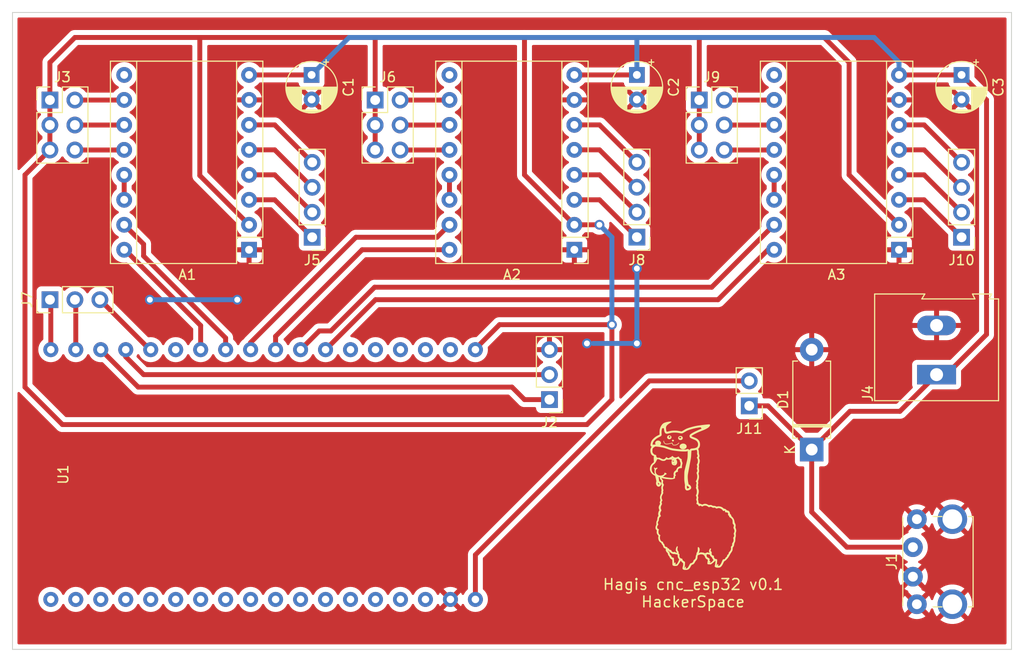
<source format=kicad_pcb>
(kicad_pcb (version 20211014) (generator pcbnew)
  (title_block (title "esp32_cnc_driver") (date "2022-08-20") (rev "0.1") (comment 2 "kgrzeg.lol") (comment 3 "License: CC BY 4.0") (comment 4 "Author: Grzegorz Kupczyk"))
  (layers (0 "F.Cu" signal) (31 "B.Cu" jumper) (34 "B.Paste" user) (35 "F.Paste" user) (36 "B.SilkS" user "B.Silkscreen") (37 "F.SilkS" user "F.Silkscreen") (38 "B.Mask" user) (39 "F.Mask" user) (44 "Edge.Cuts" user))
  (net 0 "")
  (net 1 "GND")
  (net 2 "+3.3V")
  (net 3 "Net-(A1-Pad3)")
  (net 4 "Net-(A1-Pad4)")
  (net 5 "Net-(A1-Pad5)")
  (net 6 "Net-(A1-Pad6)")
  (net 7 "VCC")
  (net 9 "Net-(A1-Pad10)")
  (net 10 "Net-(A1-Pad11)")
  (net 11 "Net-(A1-Pad12)")
  (net 12 "Net-(A1-Pad13)")
  (net 13 "STEP_X")
  (net 14 "DIR_X")
  (net 15 "Net-(A2-Pad3)")
  (net 16 "Net-(A2-Pad4)")
  (net 17 "Net-(A2-Pad5)")
  (net 18 "Net-(A2-Pad6)")
  (net 20 "Net-(A2-Pad10)")
  (net 21 "Net-(A2-Pad11)")
  (net 22 "Net-(A2-Pad12)")
  (net 23 "Net-(A2-Pad13)")
  (net 24 "STEP_Y")
  (net 25 "DIR_Y")
  (net 26 "Net-(A3-Pad3)")
  (net 27 "Net-(A3-Pad4)")
  (net 28 "Net-(A3-Pad5)")
  (net 29 "Net-(A3-Pad6)")
  (net 31 "Net-(A3-Pad10)")
  (net 32 "Net-(A3-Pad11)")
  (net 33 "Net-(A3-Pad12)")
  (net 34 "Net-(A3-Pad13)")
  (net 35 "STEP_Z")
  (net 36 "DIR_Z")
  (net 41 "/tx")
  (net 42 "/rx")
  (net 43 "STOP_X")
  (net 44 "STOP_Y")
  (net 45 "STOP_Z")
  (net 46 "VIN")
  (footprint "pretty:alpaca-pica" (layer "F.Cu") (at 158.115 113.03)
    (fp_text reference "G***" hide)
    (fp_text value "LOGO" hide)
  )
  (footprint "Connector_PinHeader_2.54mm:PinHeader_2x03_P2.54mm_Vertical" (layer "F.Cu") (at 92.705 72.405)
    (fp_text reference "J3" (at 1.27 -2.33) (layer "F.SilkS"))
    (fp_text value "X Mode")
    (pad "1" thru_hole rect (at 0 0) (size 1.7 1.7) (drill 1) (layers *.Cu *.Mask) (net 2 "+3.3V"))
    (pad "2" thru_hole oval (at 2.54 0) (size 1.7 1.7) (drill 1) (layers *.Cu *.Mask) (net 9 "Net-(A1-Pad10)"))
    (pad "3" thru_hole oval (at 0 2.54) (size 1.7 1.7) (drill 1) (layers *.Cu *.Mask) (net 2 "+3.3V"))
    (pad "4" thru_hole oval (at 2.54 2.54) (size 1.7 1.7) (drill 1) (layers *.Cu *.Mask) (net 10 "Net-(A1-Pad11)"))
    (pad "5" thru_hole oval (at 0 5.08) (size 1.7 1.7) (drill 1) (layers *.Cu *.Mask) (net 2 "+3.3V"))
    (pad "6" thru_hole oval (at 2.54 5.08) (size 1.7 1.7) (drill 1) (layers *.Cu *.Mask) (net 11 "Net-(A1-Pad12)"))
  )
  (footprint "Capacitor_THT:CP_Radial_D5.0mm_P2.50mm" (layer "F.Cu") (at 185.42 69.85 -90)
    (fp_text reference "C3" (at 1.25 -3.75 90) (layer "F.SilkS"))
    (fp_text value "100u")
    (pad "1" thru_hole rect (at 0 0 270) (size 1.6 1.6) (drill 0.8) (layers *.Cu *.Mask) (net 7 "VCC"))
    (pad "2" thru_hole circle (at 2.5 0 270) (size 1.6 1.6) (drill 0.8) (layers *.Cu *.Mask) (net 1 "GND"))
  )
  (footprint "Connector_PinHeader_2.54mm:PinHeader_1x04_P2.54mm_Vertical" (layer "F.Cu") (at 119.38 86.36 180)
    (fp_text reference "J5" (at 0 -2.33) (layer "F.SilkS"))
    (fp_text value "X Engine")
    (pad "1" thru_hole rect (at 0 0 180) (size 1.7 1.7) (drill 1) (layers *.Cu *.Mask) (net 3 "Net-(A1-Pad3)"))
    (pad "2" thru_hole oval (at 0 2.54 180) (size 1.7 1.7) (drill 1) (layers *.Cu *.Mask) (net 4 "Net-(A1-Pad4)"))
    (pad "3" thru_hole oval (at 0 5.08 180) (size 1.7 1.7) (drill 1) (layers *.Cu *.Mask) (net 5 "Net-(A1-Pad5)"))
    (pad "4" thru_hole oval (at 0 7.62 180) (size 1.7 1.7) (drill 1) (layers *.Cu *.Mask) (net 6 "Net-(A1-Pad6)"))
  )
  (footprint "Connector_PinHeader_2.54mm:PinHeader_1x04_P2.54mm_Vertical" (layer "F.Cu") (at 152.4 86.35 180)
    (fp_text reference "J8" (at 0 -2.33) (layer "F.SilkS"))
    (fp_text value "Y Engine")
    (pad "1" thru_hole rect (at 0 0 180) (size 1.7 1.7) (drill 1) (layers *.Cu *.Mask) (net 15 "Net-(A2-Pad3)"))
    (pad "2" thru_hole oval (at 0 2.54 180) (size 1.7 1.7) (drill 1) (layers *.Cu *.Mask) (net 16 "Net-(A2-Pad4)"))
    (pad "3" thru_hole oval (at 0 5.08 180) (size 1.7 1.7) (drill 1) (layers *.Cu *.Mask) (net 17 "Net-(A2-Pad5)"))
    (pad "4" thru_hole oval (at 0 7.62 180) (size 1.7 1.7) (drill 1) (layers *.Cu *.Mask) (net 18 "Net-(A2-Pad6)"))
  )
  (footprint "Module:Pololu_Breakout-16_15.2x20.3mm" (layer "F.Cu") (at 179.06 87.63 180)
    (fp_text reference "A3" (at 6.35 -2.54) (layer "F.SilkS"))
    (fp_text value "Z Axis")
    (pad "1" thru_hole rect (at 0 0 180) (size 1.6 1.6) (drill 0.8) (layers *.Cu *.Mask) (net 1 "GND"))
    (pad "2" thru_hole oval (at 0 2.54 180) (size 1.6 1.6) (drill 0.8) (layers *.Cu *.Mask) (net 2 "+3.3V"))
    (pad "3" thru_hole oval (at 0 5.08 180) (size 1.6 1.6) (drill 0.8) (layers *.Cu *.Mask) (net 26 "Net-(A3-Pad3)"))
    (pad "4" thru_hole oval (at 0 7.62 180) (size 1.6 1.6) (drill 0.8) (layers *.Cu *.Mask) (net 27 "Net-(A3-Pad4)"))
    (pad "5" thru_hole oval (at 0 10.16 180) (size 1.6 1.6) (drill 0.8) (layers *.Cu *.Mask) (net 28 "Net-(A3-Pad5)"))
    (pad "6" thru_hole oval (at 0 12.7 180) (size 1.6 1.6) (drill 0.8) (layers *.Cu *.Mask) (net 29 "Net-(A3-Pad6)"))
    (pad "7" thru_hole oval (at 0 15.24 180) (size 1.6 1.6) (drill 0.8) (layers *.Cu *.Mask) (net 1 "GND"))
    (pad "8" thru_hole oval (at 0 17.78 180) (size 1.6 1.6) (drill 0.8) (layers *.Cu *.Mask) (net 7 "VCC"))
    (pad "9" thru_hole oval (at 12.7 17.78 180) (size 1.6 1.6) (drill 0.8) (layers *.Cu *.Mask))
    (pad "10" thru_hole oval (at 12.7 15.24 180) (size 1.6 1.6) (drill 0.8) (layers *.Cu *.Mask) (net 31 "Net-(A3-Pad10)"))
    (pad "11" thru_hole oval (at 12.7 12.7 180) (size 1.6 1.6) (drill 0.8) (layers *.Cu *.Mask) (net 32 "Net-(A3-Pad11)"))
    (pad "12" thru_hole oval (at 12.7 10.16 180) (size 1.6 1.6) (drill 0.8) (layers *.Cu *.Mask) (net 33 "Net-(A3-Pad12)"))
    (pad "13" thru_hole oval (at 12.7 7.62 180) (size 1.6 1.6) (drill 0.8) (layers *.Cu *.Mask) (net 34 "Net-(A3-Pad13)"))
    (pad "14" thru_hole oval (at 12.7 5.08 180) (size 1.6 1.6) (drill 0.8) (layers *.Cu *.Mask) (net 34 "Net-(A3-Pad13)"))
    (pad "15" thru_hole oval (at 12.7 2.54 180) (size 1.6 1.6) (drill 0.8) (layers *.Cu *.Mask) (net 35 "STEP_Z"))
    (pad "16" thru_hole oval (at 12.7 0 180) (size 1.6 1.6) (drill 0.8) (layers *.Cu *.Mask) (net 36 "DIR_Z"))
  )
  (footprint "Module:Pololu_Breakout-16_15.2x20.3mm" (layer "F.Cu") (at 146.04 87.63 180)
    (fp_text reference "A2" (at 6.34 -2.54) (layer "F.SilkS"))
    (fp_text value "Y Axis")
    (pad "1" thru_hole rect (at 0 0 180) (size 1.6 1.6) (drill 0.8) (layers *.Cu *.Mask) (net 1 "GND"))
    (pad "2" thru_hole oval (at 0 2.54 180) (size 1.6 1.6) (drill 0.8) (layers *.Cu *.Mask) (net 2 "+3.3V"))
    (pad "3" thru_hole oval (at 0 5.08 180) (size 1.6 1.6) (drill 0.8) (layers *.Cu *.Mask) (net 15 "Net-(A2-Pad3)"))
    (pad "4" thru_hole oval (at 0 7.62 180) (size 1.6 1.6) (drill 0.8) (layers *.Cu *.Mask) (net 16 "Net-(A2-Pad4)"))
    (pad "5" thru_hole oval (at 0 10.16 180) (size 1.6 1.6) (drill 0.8) (layers *.Cu *.Mask) (net 17 "Net-(A2-Pad5)"))
    (pad "6" thru_hole oval (at 0 12.7 180) (size 1.6 1.6) (drill 0.8) (layers *.Cu *.Mask) (net 18 "Net-(A2-Pad6)"))
    (pad "7" thru_hole oval (at 0 15.24 180) (size 1.6 1.6) (drill 0.8) (layers *.Cu *.Mask) (net 1 "GND"))
    (pad "8" thru_hole oval (at 0 17.78 180) (size 1.6 1.6) (drill 0.8) (layers *.Cu *.Mask) (net 7 "VCC"))
    (pad "9" thru_hole oval (at 12.7 17.78 180) (size 1.6 1.6) (drill 0.8) (layers *.Cu *.Mask))
    (pad "10" thru_hole oval (at 12.7 15.24 180) (size 1.6 1.6) (drill 0.8) (layers *.Cu *.Mask) (net 20 "Net-(A2-Pad10)"))
    (pad "11" thru_hole oval (at 12.7 12.7 180) (size 1.6 1.6) (drill 0.8) (layers *.Cu *.Mask) (net 21 "Net-(A2-Pad11)"))
    (pad "12" thru_hole oval (at 12.7 10.16 180) (size 1.6 1.6) (drill 0.8) (layers *.Cu *.Mask) (net 22 "Net-(A2-Pad12)"))
    (pad "13" thru_hole oval (at 12.7 7.62 180) (size 1.6 1.6) (drill 0.8) (layers *.Cu *.Mask) (net 23 "Net-(A2-Pad13)"))
    (pad "14" thru_hole oval (at 12.7 5.08 180) (size 1.6 1.6) (drill 0.8) (layers *.Cu *.Mask) (net 23 "Net-(A2-Pad13)"))
    (pad "15" thru_hole oval (at 12.7 2.54 180) (size 1.6 1.6) (drill 0.8) (layers *.Cu *.Mask) (net 24 "STEP_Y"))
    (pad "16" thru_hole oval (at 12.7 0 180) (size 1.6 1.6) (drill 0.8) (layers *.Cu *.Mask) (net 25 "DIR_Y"))
  )
  (footprint "Connector_PinHeader_2.54mm:PinHeader_1x03_P2.54mm_Vertical" (layer "F.Cu") (at 92.71 92.71 90)
    (fp_text reference "J7" (at 0 -2.33 90) (layer "F.SilkS"))
    (fp_text value "Configuration")
    (pad "1" thru_hole rect (at 0 0 90) (size 1.7 1.7) (drill 1) (layers *.Cu *.Mask) (net 43 "STOP_X"))
    (pad "2" thru_hole oval (at 0 2.54 90) (size 1.7 1.7) (drill 1) (layers *.Cu *.Mask) (net 44 "STOP_Y"))
    (pad "3" thru_hole oval (at 0 5.08 90) (size 1.7 1.7) (drill 1) (layers *.Cu *.Mask) (net 45 "STOP_Z"))
  )
  (footprint "Diode_THT:D_DO-15_P10.16mm_Horizontal" (layer "F.Cu") (at 170.18 107.95 90)
    (fp_text reference "D1" (at 5.08 -2.92 90) (layer "F.SilkS"))
    (fp_text value "D_Small_Filled")
    (fp_text user "K" (at 0 -2.2 90) (layer "F.SilkS"))
    (pad "1" thru_hole rect (at 0 0 90) (size 2.4 2.4) (drill 1.2) (layers *.Cu *.Mask) (net 7 "VCC"))
    (pad "2" thru_hole oval (at 10.16 0 90) (size 2.4 2.4) (drill 1.2) (layers *.Cu *.Mask) (net 1 "GND"))
  )
  (footprint "Connector_PinHeader_2.54mm:PinHeader_2x03_P2.54mm_Vertical" (layer "F.Cu") (at 125.785 72.405)
    (fp_text reference "J6" (at 1.27 -2.33) (layer "F.SilkS"))
    (fp_text value "Y Mode")
    (pad "1" thru_hole rect (at 0 0) (size 1.7 1.7) (drill 1) (layers *.Cu *.Mask) (net 2 "+3.3V"))
    (pad "2" thru_hole oval (at 2.54 0) (size 1.7 1.7) (drill 1) (layers *.Cu *.Mask) (net 20 "Net-(A2-Pad10)"))
    (pad "3" thru_hole oval (at 0 2.54) (size 1.7 1.7) (drill 1) (layers *.Cu *.Mask) (net 2 "+3.3V"))
    (pad "4" thru_hole oval (at 2.54 2.54) (size 1.7 1.7) (drill 1) (layers *.Cu *.Mask) (net 21 "Net-(A2-Pad11)"))
    (pad "5" thru_hole oval (at 0 5.08) (size 1.7 1.7) (drill 1) (layers *.Cu *.Mask) (net 2 "+3.3V"))
    (pad "6" thru_hole oval (at 2.54 5.08) (size 1.7 1.7) (drill 1) (layers *.Cu *.Mask) (net 22 "Net-(A2-Pad12)"))
  )
  (footprint "Module:Pololu_Breakout-16_15.2x20.3mm" (layer "F.Cu") (at 112.96 87.63 180)
    (fp_text reference "A1" (at 6.28 -2.54) (layer "F.SilkS"))
    (fp_text value "X Axis")
    (pad "1" thru_hole rect (at 0 0 180) (size 1.6 1.6) (drill 0.8) (layers *.Cu *.Mask) (net 1 "GND"))
    (pad "2" thru_hole oval (at 0 2.54 180) (size 1.6 1.6) (drill 0.8) (layers *.Cu *.Mask) (net 2 "+3.3V"))
    (pad "3" thru_hole oval (at 0 5.08 180) (size 1.6 1.6) (drill 0.8) (layers *.Cu *.Mask) (net 3 "Net-(A1-Pad3)"))
    (pad "4" thru_hole oval (at 0 7.62 180) (size 1.6 1.6) (drill 0.8) (layers *.Cu *.Mask) (net 4 "Net-(A1-Pad4)"))
    (pad "5" thru_hole oval (at 0 10.16 180) (size 1.6 1.6) (drill 0.8) (layers *.Cu *.Mask) (net 5 "Net-(A1-Pad5)"))
    (pad "6" thru_hole oval (at 0 12.7 180) (size 1.6 1.6) (drill 0.8) (layers *.Cu *.Mask) (net 6 "Net-(A1-Pad6)"))
    (pad "7" thru_hole oval (at 0 15.24 180) (size 1.6 1.6) (drill 0.8) (layers *.Cu *.Mask) (net 1 "GND"))
    (pad "8" thru_hole oval (at 0 17.78 180) (size 1.6 1.6) (drill 0.8) (layers *.Cu *.Mask) (net 7 "VCC"))
    (pad "9" thru_hole oval (at 12.7 17.78 180) (size 1.6 1.6) (drill 0.8) (layers *.Cu *.Mask))
    (pad "10" thru_hole oval (at 12.7 15.24 180) (size 1.6 1.6) (drill 0.8) (layers *.Cu *.Mask) (net 9 "Net-(A1-Pad10)"))
    (pad "11" thru_hole oval (at 12.7 12.7 180) (size 1.6 1.6) (drill 0.8) (layers *.Cu *.Mask) (net 10 "Net-(A1-Pad11)"))
    (pad "12" thru_hole oval (at 12.7 10.16 180) (size 1.6 1.6) (drill 0.8) (layers *.Cu *.Mask) (net 11 "Net-(A1-Pad12)"))
    (pad "13" thru_hole oval (at 12.7 7.62 180) (size 1.6 1.6) (drill 0.8) (layers *.Cu *.Mask) (net 12 "Net-(A1-Pad13)"))
    (pad "14" thru_hole oval (at 12.7 5.08 180) (size 1.6 1.6) (drill 0.8) (layers *.Cu *.Mask) (net 12 "Net-(A1-Pad13)"))
    (pad "15" thru_hole oval (at 12.7 2.54 180) (size 1.6 1.6) (drill 0.8) (layers *.Cu *.Mask) (net 13 "STEP_X"))
    (pad "16" thru_hole oval (at 12.7 0 180) (size 1.6 1.6) (drill 0.8) (layers *.Cu *.Mask) (net 14 "DIR_X"))
  )
  (footprint "usbc:USB_C_Cursed" (layer "F.Cu") (at 180.875 119.38 90)
    (fp_text reference "J1" (at 0.025 -2.55 90) (layer "F.SilkS"))
    (fp_text value "USB C")
    (pad "1" thru_hole circle (at 1.5 -0.4 90) (size 2 2) (drill 1) (layers *.Cu *.Mask) (net 7 "VCC"))
    (pad "2" thru_hole circle (at -1.5 -0.4 90) (size 2 2) (drill 1) (layers *.Cu *.Mask) (net 1 "GND"))
    (pad "MP" thru_hole circle (at -4.3 0 90) (size 2 2) (drill 1) (layers *.Cu *.Mask) (net 1 "GND"))
    (pad "MP" thru_hole circle (at -4.3 3.61 90) (size 3 3) (drill 2) (layers *.Cu *.Mask) (net 1 "GND"))
    (pad "MP" thru_hole circle (at 4.35 0 90) (size 2 2) (drill 1) (layers *.Cu *.Mask) (net 1 "GND"))
    (pad "MP" thru_hole circle (at 4.35 3.61 90) (size 3 3) (drill 2) (layers *.Cu *.Mask) (net 1 "GND"))
  )
  (footprint "Connector_PinHeader_2.54mm:PinHeader_2x03_P2.54mm_Vertical" (layer "F.Cu") (at 158.745 72.405)
    (fp_text reference "J9" (at 1.27 -2.33) (layer "F.SilkS"))
    (fp_text value "Z Mode")
    (pad "1" thru_hole rect (at 0 0) (size 1.7 1.7) (drill 1) (layers *.Cu *.Mask) (net 2 "+3.3V"))
    (pad "2" thru_hole oval (at 2.54 0) (size 1.7 1.7) (drill 1) (layers *.Cu *.Mask) (net 31 "Net-(A3-Pad10)"))
    (pad "3" thru_hole oval (at 0 2.54) (size 1.7 1.7) (drill 1) (layers *.Cu *.Mask) (net 2 "+3.3V"))
    (pad "4" thru_hole oval (at 2.54 2.54) (size 1.7 1.7) (drill 1) (layers *.Cu *.Mask) (net 32 "Net-(A3-Pad11)"))
    (pad "5" thru_hole oval (at 0 5.08) (size 1.7 1.7) (drill 1) (layers *.Cu *.Mask) (net 2 "+3.3V"))
    (pad "6" thru_hole oval (at 2.54 5.08) (size 1.7 1.7) (drill 1) (layers *.Cu *.Mask) (net 33 "Net-(A3-Pad12)"))
  )
  (footprint "Capacitor_THT:CP_Radial_D5.0mm_P2.50mm" (layer "F.Cu") (at 152.4 69.85 -90)
    (fp_text reference "C2" (at 1.25 -3.75 90) (layer "F.SilkS"))
    (fp_text value "100u")
    (pad "1" thru_hole rect (at 0 0 270) (size 1.6 1.6) (drill 0.8) (layers *.Cu *.Mask) (net 7 "VCC"))
    (pad "2" thru_hole circle (at 2.5 0 270) (size 1.6 1.6) (drill 0.8) (layers *.Cu *.Mask) (net 1 "GND"))
  )
  (footprint "Capacitor_THT:CP_Radial_D5.0mm_P2.50mm" (layer "F.Cu") (at 119.32 69.85 -90)
    (fp_text reference "C1" (at 1.25 -3.75 90) (layer "F.SilkS"))
    (fp_text value "100u")
    (pad "1" thru_hole rect (at 0 0 270) (size 1.6 1.6) (drill 0.8) (layers *.Cu *.Mask) (net 7 "VCC"))
    (pad "2" thru_hole circle (at 2.5 0 270) (size 1.6 1.6) (drill 0.8) (layers *.Cu *.Mask) (net 1 "GND"))
  )
  (footprint "TerminalBlock:TerminalBlock_Altech_AK300-2_P5.00mm" (layer "F.Cu") (at 182.88 100.33 90)
    (fp_text reference "J4" (at -1.92 -6.99 90) (layer "F.SilkS"))
    (fp_text value "External Power")
    (pad "1" thru_hole rect (at 0 0 90) (size 1.98 3.96) (drill 1.32) (layers *.Cu *.Mask) (net 7 "VCC"))
    (pad "2" thru_hole oval (at 5 0 90) (size 1.98 3.96) (drill 1.32) (layers *.Cu *.Mask) (net 1 "GND"))
  )
  (footprint "Connector_PinHeader_2.54mm:PinHeader_1x04_P2.54mm_Vertical" (layer "F.Cu") (at 185.42 86.36 180)
    (fp_text reference "J10" (at 0 -2.33) (layer "F.SilkS"))
    (fp_text value "Z Engine")
    (pad "1" thru_hole rect (at 0 0 180) (size 1.7 1.7) (drill 1) (layers *.Cu *.Mask) (net 26 "Net-(A3-Pad3)"))
    (pad "2" thru_hole oval (at 0 2.54 180) (size 1.7 1.7) (drill 1) (layers *.Cu *.Mask) (net 27 "Net-(A3-Pad4)"))
    (pad "3" thru_hole oval (at 0 5.08 180) (size 1.7 1.7) (drill 1) (layers *.Cu *.Mask) (net 28 "Net-(A3-Pad5)"))
    (pad "4" thru_hole oval (at 0 7.62 180) (size 1.7 1.7) (drill 1) (layers *.Cu *.Mask) (net 29 "Net-(A3-Pad6)"))
  )
  (footprint "doit-esp32-devkit-kicad:ESP32-DOIT-DEVKIT" (layer "F.Cu") (at 90.2575 110.49 90)
    (fp_text reference "U1" (at 0 3.81 90) (layer "F.SilkS"))
    (fp_text value "DOIT-ESP32-DEVKIT-V1")
    (pad "1" thru_hole circle locked (at -12.7 2.54 90) (size 1.524 1.524) (drill 0.762) (layers *.Cu *.Mask))
    (pad "2" thru_hole circle locked (at -12.7 5.08 90) (size 1.524 1.524) (drill 0.762) (layers *.Cu *.Mask))
    (pad "3" thru_hole circle locked (at -12.7 7.62 90) (size 1.524 1.524) (drill 0.762) (layers *.Cu *.Mask))
    (pad "4" thru_hole circle locked (at -12.7 10.16 90) (size 1.524 1.524) (drill 0.762) (layers *.Cu *.Mask))
    (pad "5" thru_hole circle locked (at -12.7 12.7 90) (size 1.524 1.524) (drill 0.762) (layers *.Cu *.Mask))
    (pad "6" thru_hole circle locked (at -12.7 15.24 90) (size 1.524 1.524) (drill 0.762) (layers *.Cu *.Mask))
    (pad "7" thru_hole circle locked (at -12.7 17.78 90) (size 1.524 1.524) (drill 0.762) (layers *.Cu *.Mask))
    (pad "8" thru_hole circle locked (at -12.7 20.32 90) (size 1.524 1.524) (drill 0.762) (layers *.Cu *.Mask))
    (pad "9" thru_hole circle locked (at -12.7 22.86 90) (size 1.524 1.524) (drill 0.762) (layers *.Cu *.Mask))
    (pad "10" thru_hole circle locked (at -12.7 25.4 90) (size 1.524 1.524) (drill 0.762) (layers *.Cu *.Mask))
    (pad "11" thru_hole circle locked (at -12.7 27.94 90) (size 1.524 1.524) (drill 0.762) (layers *.Cu *.Mask))
    (pad "12" thru_hole circle locked (at -12.7 30.48 90) (size 1.524 1.524) (drill 0.762) (layers *.Cu *.Mask))
    (pad "13" thru_hole circle locked (at -12.7 33.02 90) (size 1.524 1.524) (drill 0.762) (layers *.Cu *.Mask))
    (pad "14" thru_hole circle locked (at -12.7 35.56 90) (size 1.524 1.524) (drill 0.762) (layers *.Cu *.Mask))
    (pad "15" thru_hole circle locked (at -12.7 38.1 90) (size 1.524 1.524) (drill 0.762) (layers *.Cu *.Mask))
    (pad "16" thru_hole circle locked (at -12.7 40.64 90) (size 1.524 1.524) (drill 0.762) (layers *.Cu *.Mask))
    (pad "17" thru_hole circle locked (at -12.7 43.18 90) (size 1.524 1.524) (drill 0.762) (layers *.Cu *.Mask) (net 1 "GND"))
    (pad "18" thru_hole circle locked (at -12.7 45.72 90) (size 1.524 1.524) (drill 0.762) (layers *.Cu *.Mask) (net 46 "VIN"))
    (pad "19" thru_hole circle locked (at 12.7 45.72 90) (size 1.524 1.524) (drill 0.762) (layers *.Cu *.Mask) (net 2 "+3.3V"))
    (pad "20" thru_hole circle locked (at 12.7 43.18 90) (size 1.524 1.524) (drill 0.762) (layers *.Cu *.Mask))
    (pad "21" thru_hole circle locked (at 12.7 40.64 90) (size 1.524 1.524) (drill 0.762) (layers *.Cu *.Mask))
    (pad "22" thru_hole circle locked (at 12.7 38.1 90) (size 1.524 1.524) (drill 0.762) (layers *.Cu *.Mask))
    (pad "23" thru_hole circle locked (at 12.7 35.56 90) (size 1.524 1.524) (drill 0.762) (layers *.Cu *.Mask))
    (pad "24" thru_hole circle locked (at 12.7 33.02 90) (size 1.524 1.524) (drill 0.762) (layers *.Cu *.Mask))
    (pad "25" thru_hole circle locked (at 12.7 30.48 90) (size 1.524 1.524) (drill 0.762) (layers *.Cu *.Mask) (net 36 "DIR_Z"))
    (pad "26" thru_hole circle locked (at 12.7 27.94 90) (size 1.524 1.524) (drill 0.762) (layers *.Cu *.Mask) (net 35 "STEP_Z"))
    (pad "27" thru_hole circle locked (at 12.7 25.4 90) (size 1.524 1.524) (drill 0.762) (layers *.Cu *.Mask) (net 25 "DIR_Y"))
    (pad "28" thru_hole circle locked (at 12.7 22.86 90) (size 1.524 1.524) (drill 0.762) (layers *.Cu *.Mask) (net 24 "STEP_Y"))
    (pad "29" thru_hole circle locked (at 12.7 20.32 90) (size 1.524 1.524) (drill 0.762) (layers *.Cu *.Mask) (net 13 "STEP_X"))
    (pad "30" thru_hole circle locked (at 12.7 17.78 90) (size 1.524 1.524) (drill 0.762) (layers *.Cu *.Mask) (net 14 "DIR_X"))
    (pad "31" thru_hole circle locked (at 12.7 15.24 90) (size 1.524 1.524) (drill 0.762) (layers *.Cu *.Mask))
    (pad "32" thru_hole circle locked (at 12.7 12.7 90) (size 1.524 1.524) (drill 0.762) (layers *.Cu *.Mask) (net 45 "STOP_Z"))
    (pad "33" thru_hole circle locked (at 12.7 10.16 90) (size 1.524 1.524) (drill 0.762) (layers *.Cu *.Mask) (net 42 "/rx"))
    (pad "34" thru_hole circle locked (at 12.7 7.62 90) (size 1.524 1.524) (drill 0.762) (layers *.Cu *.Mask) (net 41 "/tx"))
    (pad "35" thru_hole circle locked (at 12.7 5.08 90) (size 1.524 1.524) (drill 0.762) (layers *.Cu *.Mask) (net 44 "STOP_Y"))
    (pad "36" thru_hole circle locked (at 12.7 2.54 90) (size 1.524 1.524) (drill 0.762) (layers *.Cu *.Mask) (net 43 "STOP_X"))
  )
  (footprint "Connector_PinHeader_2.54mm:PinHeader_1x02_P2.54mm_Vertical" (layer "F.Cu") (at 163.83 103.505 180)
    (fp_text reference "J11" (at 0 -2.33) (layer "F.SilkS"))
    (fp_text value "Future Shottky")
    (pad "1" thru_hole rect (at 0 0 180) (size 1.7 1.7) (drill 1) (layers *.Cu *.Mask) (net 7 "VCC"))
    (pad "2" thru_hole oval (at 0 2.54 180) (size 1.7 1.7) (drill 1) (layers *.Cu *.Mask) (net 46 "VIN"))
  )
  (footprint "Connector_PinHeader_2.54mm:PinHeader_1x03_P2.54mm_Vertical" (layer "F.Cu") (at 143.51 102.87 180)
    (fp_text reference "J2" (at 0 -2.33) (layer "F.SilkS"))
    (fp_text value "UART")
    (pad "1" thru_hole rect (at 0 0 180) (size 1.7 1.7) (drill 1) (layers *.Cu *.Mask) (net 41 "/tx"))
    (pad "2" thru_hole oval (at 0 2.54 180) (size 1.7 1.7) (drill 1) (layers *.Cu *.Mask) (net 42 "/rx"))
    (pad "3" thru_hole oval (at 0 5.08 180) (size 1.7 1.7) (drill 1) (layers *.Cu *.Mask) (net 1 "GND"))
  )
  (gr_line (start 88.9 128.27) (end 88.9 63.5) (layer "Edge.Cuts") (width 0.1))
  (gr_line (start 190.5 63.5) (end 190.5 128.27) (layer "Edge.Cuts") (width 0.1))
  (gr_line (start 88.9 63.5) (end 190.5 63.5) (layer "Edge.Cuts") (width 0.1))
  (gr_line (start 190.5 128.27) (end 88.9 128.27) (layer "Edge.Cuts") (width 0.1))
  (gr_text "Hagis cnc_esp32 v0.1\nHackerSpace" (at 158.115 122.555) (layer "F.SilkS") (effects (font (size 1.1 1.1))))
  (segment (start 185.38 72.39) (end 185.42 72.35) (width 0.5) (layer "F.Cu") (net 1))
  (segment (start 113 72.35) (end 112.96 72.39) (width 0.5) (layer "F.Cu") (net 1))
  (segment (start 119.34 72.35) (end 119.38 72.39) (width 0.5) (layer "F.Cu") (net 1))
  (segment (start 119.32 72.35) (end 119.34 72.35) (width 0.5) (layer "F.Cu") (net 1))
  (via (at 102.87 92.71) (size 1) (drill 0.6) (layers "F.Cu" "B.Cu") (net 1))
  (via (at 152.4 97.155) (size 1) (drill 0.6) (layers "F.Cu" "B.Cu") (net 1))
  (via (at 152.4 89.535) (size 1) (drill 0.6) (layers "F.Cu" "B.Cu") (net 1))
  (via (at 147.32 97.155) (size 1) (drill 0.6) (layers "F.Cu" "B.Cu") (net 1))
  (via (at 111.76 92.71) (size 1) (drill 0.6) (layers "F.Cu" "B.Cu") (net 1))
  (segment (start 152.4 97.155) (end 152.4 89.535) (width 0.5) (layer "B.Cu") (net 1))
  (segment (start 102.87 92.71) (end 111.76 92.71) (width 0.5) (layer "B.Cu") (net 1))
  (segment (start 147.955 97.155) (end 152.4 97.155) (width 0.5) (layer "B.Cu") (net 1))
  (segment (start 184.485 115.03) (end 184.245 115.03) (width 0.5) (layer "B.Cu") (net 1))
  (segment (start 184.245 115.03) (end 184.485 115.27) (width 0.5) (layer "B.Cu") (net 1))
  (segment (start 179.06 85.09) (end 173.985 80.015) (width 0.5) (layer "F.Cu") (net 2))
  (segment (start 158.745 77.485) (end 158.745 74.945) (width 0.5) (layer "F.Cu") (net 2))
  (segment (start 93.98 105.41) (end 90.17 101.6) (width 0.5) (layer "F.Cu") (net 2))
  (segment (start 146.04 85.09) (end 146.05 85.09) (width 0.5) (layer "F.Cu") (net 2))
  (segment (start 140.97 66.04) (end 171.445 66.04) (width 0.5) (layer "F.Cu") (net 2))
  (segment (start 125.785 74.945) (end 125.785 72.405) (width 0.5) (layer "F.Cu") (net 2))
  (segment (start 146.05 85.09) (end 140.97 80.01) (width 0.5) (layer "F.Cu") (net 2))
  (segment (start 140.97 80.01) (end 140.97 66.04) (width 0.5) (layer "F.Cu") (net 2))
  (segment (start 125.785 77.485) (end 125.785 74.945) (width 0.5) (layer "F.Cu") (net 2))
  (segment (start 92.705 72.405) (end 92.705 74.945) (width 0.5) (layer "F.Cu") (net 2))
  (segment (start 92.705 77.485) (end 92.705 74.945) (width 0.5) (layer "F.Cu") (net 2))
  (segment (start 92.705 68.585) (end 92.705 72.405) (width 0.5) (layer "F.Cu") (net 2))
  (segment (start 158.745 74.945) (end 158.745 72.405) (width 0.5) (layer "F.Cu") (net 2))
  (segment (start 112.96 85.09) (end 107.95 80.08) (width 0.5) (layer "F.Cu") (net 2))
  (segment (start 90.17 80.02) (end 92.705 77.485) (width 0.5) (layer "F.Cu") (net 2))
  (segment (start 158.745 72.405) (end 158.745 66.045) (width 0.5) (layer "F.Cu") (net 2))
  (segment (start 173.985 68.58) (end 171.445 66.04) (width 0.5) (layer "F.Cu") (net 2))
  (segment (start 148.59 85.09) (end 146.04 85.09) (width 0.5) (layer "F.Cu") (net 2))
  (segment (start 125.785 66.095) (end 125.73 66.04) (width 0.5) (layer "F.Cu") (net 2))
  (segment (start 149.86 95.25) (end 149.86 102.87) (width 0.5) (layer "F.Cu") (net 2))
  (segment (start 173.985 80.015) (end 173.985 68.58) (width 0.5) (layer "F.Cu") (net 2))
  (segment (start 125.785 72.405) (end 125.785 66.095) (width 0.5) (layer "F.Cu") (net 2))
  (segment (start 90.17 101.6) (end 90.17 80.02) (width 0.5) (layer "F.Cu") (net 2))
  (segment (start 135.89 97.79) (end 138.43 95.25) (width 0.5) (layer "F.Cu") (net 2))
  (segment (start 147.32 105.41) (end 93.98 105.41) (width 0.5) (layer "F.Cu") (net 2))
  (segment (start 125.73 66.04) (end 95.25 66.04) (width 0.5) (layer "F.Cu") (net 2))
  (segment (start 138.43 95.25) (end 149.86 95.25) (width 0.5) (layer "F.Cu") (net 2))
  (segment (start 158.745 66.045) (end 158.75 66.04) (width 0.5) (layer "F.Cu") (net 2))
  (segment (start 107.95 80.08) (end 107.95 66.04) (width 0.5) (layer "F.Cu") (net 2))
  (segment (start 158.75 66.04) (end 156.21 66.04) (width 0.5) (layer "F.Cu") (net 2))
  (segment (start 135.9775 97.79) (end 135.89 97.79) (width 0.5) (layer "F.Cu") (net 2))
  (segment (start 95.25 66.04) (end 92.705 68.585) (width 0.5) (layer "F.Cu") (net 2))
  (segment (start 149.86 102.87) (end 147.32 105.41) (width 0.5) (layer "F.Cu") (net 2))
  (segment (start 140.97 66.04) (end 125.73 66.04) (width 0.5) (layer "F.Cu") (net 2))
  (segment (start 156.21 66.04) (end 171.45 66.04) (width 0.5) (layer "F.Cu") (net 2))
  (via (at 148.59 85.09) (size 1) (drill 0.6) (layers "F.Cu" "B.Cu") (net 2))
  (via (at 149.86 95.25) (size 1) (drill 0.6) (layers "F.Cu" "B.Cu") (net 2))
  (segment (start 149.86 86.36) (end 149.86 95.25) (width 0.5) (layer "B.Cu") (net 2))
  (segment (start 148.59 85.09) (end 149.86 86.36) (width 0.5) (layer "B.Cu") (net 2))
  (segment (start 112.96 82.55) (end 115.57 82.55) (width 0.5) (layer "F.Cu") (net 3))
  (segment (start 115.57 82.55) (end 119.38 86.36) (width 0.5) (layer "F.Cu") (net 3))
  (segment (start 112.96 80.01) (end 115.57 80.01) (width 0.5) (layer "F.Cu") (net 4))
  (segment (start 115.57 80.01) (end 119.38 83.82) (width 0.5) (layer "F.Cu") (net 4))
  (segment (start 112.96 77.47) (end 115.57 77.47) (width 0.5) (layer "F.Cu") (net 5))
  (segment (start 115.57 77.47) (end 119.38 81.28) (width 0.5) (layer "F.Cu") (net 5))
  (segment (start 112.96 74.93) (end 115.57 74.93) (width 0.5) (layer "F.Cu") (net 6))
  (segment (start 115.57 74.93) (end 119.38 78.74) (width 0.5) (layer "F.Cu") (net 6))
  (segment (start 170.18 114.3) (end 170.18 107.95) (width 0.5) (layer "F.Cu") (net 7))
  (segment (start 174.07 104.06) (end 170.18 107.95) (width 0.5) (layer "F.Cu") (net 7))
  (segment (start 182.88 100.33) (end 183.87 100.33) (width 0.5) (layer "F.Cu") (net 7))
  (segment (start 152.4 69.85) (end 146.04 69.85) (width 0.5) (layer "F.Cu") (net 7))
  (segment (start 187.96 72.39) (end 185.42 69.85) (width 0.5) (layer "F.Cu") (net 7))
  (segment (start 180.475 117.88) (end 173.76 117.88) (width 0.5) (layer "F.Cu") (net 7))
  (segment (start 182.88 100.33) (end 179.15 104.06) (width 0.5) (layer "F.Cu") (net 7))
  (segment (start 183.87 100.33) (end 187.96 96.24) (width 0.5) (layer "F.Cu") (net 7))
  (segment (start 173.76 117.88) (end 170.18 114.3) (width 0.5) (layer "F.Cu") (net 7))
  (segment (start 165.735 103.505) (end 170.18 107.95) (width 0.5) (layer "F.Cu") (net 7))
  (segment (start 179.15 104.06) (end 174.07 104.06) (width 0.5) (layer "F.Cu") (net 7))
  (segment (start 163.83 103.505) (end 165.735 103.505) (width 0.5) (layer "F.Cu") (net 7))
  (segment (start 119.32 69.85) (end 112.96 69.85) (width 0.5) (layer "F.Cu") (net 7))
  (segment (start 187.96 96.24) (end 187.96 72.39) (width 0.5) (layer "F.Cu") (net 7))
  (segment (start 179.06 69.85) (end 185.42 69.85) (width 0.5) (layer "F.Cu") (net 7))
  (segment (start 176.53 66.04) (end 123.13 66.04) (width 0.5) (layer "B.Cu") (net 7))
  (segment (start 179.06 69.85) (end 179.06 68.57) (width 0.5) (layer "B.Cu") (net 7))
  (segment (start 123.13 66.04) (end 119.32 69.85) (width 0.5) (layer "B.Cu") (net 7))
  (segment (start 179.06 68.57) (end 176.53 66.04) (width 0.5) (layer "B.Cu") (net 7))
  (segment (start 152.4 69.85) (end 152.4 66.04) (width 0.5) (layer "B.Cu") (net 7))
  (segment (start 95.245 72.405) (end 100.245 72.405) (width 0.5) (layer "F.Cu") (net 9))
  (segment (start 100.245 72.405) (end 100.26 72.39) (width 0.5) (layer "F.Cu") (net 9))
  (segment (start 95.245 74.945) (end 100.245 74.945) (width 0.5) (layer "F.Cu") (net 10))
  (segment (start 100.245 74.945) (end 100.26 74.93) (width 0.5) (layer "F.Cu") (net 10))
  (segment (start 100.245 77.485) (end 100.26 77.47) (width 0.5) (layer "F.Cu") (net 11))
  (segment (start 95.245 77.485) (end 100.245 77.485) (width 0.5) (layer "F.Cu") (net 11))
  (segment (start 100.26 80.01) (end 100.26 82.55) (width 0.5) (layer "F.Cu") (net 12))
  (segment (start 102.235 88.262208) (end 102.235 87.065) (width 0.5) (layer "F.Cu") (net 13))
  (segment (start 110.5775 96.604708) (end 102.235 88.262208) (width 0.5) (layer "F.Cu") (net 13))
  (segment (start 102.235 87.065) (end 100.26 85.09) (width 0.5) (layer "F.Cu") (net 13))
  (segment (start 110.5775 97.79) (end 110.5775 96.604708) (width 0.5) (layer "F.Cu") (net 13))
  (segment (start 108.0375 95.3375) (end 108.0375 97.79) (width 0.5) (layer "F.Cu") (net 14))
  (segment (start 100.33 87.63) (end 108.0375 95.3375) (width 0.5) (layer "F.Cu") (net 14))
  (segment (start 100.26 87.63) (end 100.33 87.63) (width 0.5) (layer "F.Cu") (net 14))
  (segment (start 148.6 82.55) (end 152.4 86.35) (width 0.5) (layer "F.Cu") (net 15))
  (segment (start 146.04 82.55) (end 148.6 82.55) (width 0.5) (layer "F.Cu") (net 15))
  (segment (start 146.04 80.01) (end 148.6 80.01) (width 0.5) (layer "F.Cu") (net 16))
  (segment (start 148.6 80.01) (end 152.4 83.81) (width 0.5) (layer "F.Cu") (net 16))
  (segment (start 146.04 77.47) (end 148.6 77.47) (width 0.5) (layer "F.Cu") (net 17))
  (segment (start 148.6 77.47) (end 152.4 81.27) (width 0.5) (layer "F.Cu") (net 17))
  (segment (start 146.04 74.93) (end 148.6 74.93) (width 0.5) (layer "F.Cu") (net 18))
  (segment (start 148.6 74.93) (end 152.4 78.73) (width 0.5) (layer "F.Cu") (net 18))
  (segment (start 133.325 72.405) (end 133.34 72.39) (width 0.5) (layer "F.Cu") (net 20))
  (segment (start 128.325 72.405) (end 133.325 72.405) (width 0.5) (layer "F.Cu") (net 20))
  (segment (start 133.325 74.945) (end 133.34 74.93) (width 0.5) (layer "F.Cu") (net 21))
  (segment (start 128.325 74.945) (end 133.325 74.945) (width 0.5) (layer "F.Cu") (net 21))
  (segment (start 128.325 77.485) (end 133.325 77.485) (width 0.5) (layer "F.Cu") (net 22))
  (segment (start 133.325 77.485) (end 133.34 77.47) (width 0.5) (layer "F.Cu") (net 22))
  (segment (start 133.34 80.01) (end 133.34 82.55) (width 0.5) (layer "F.Cu") (net 23))
  (segment (start 132.07 86.36) (end 123.825 86.36) (width 0.5) (layer "F.Cu") (net 24))
  (segment (start 133.34 85.09) (end 132.07 86.36) (width 0.5) (layer "F.Cu") (net 24))
  (segment (start 123.825 86.36) (end 113.1175 97.0675) (width 0.5) (layer "F.Cu") (net 24))
  (segment (start 113.1175 97.0675) (end 113.1175 97.79) (width 0.5) (layer "F.Cu") (net 24))
  (segment (start 115.6575 97.79) (end 115.6575 96.4325) (width 0.5) (layer "F.Cu") (net 25))
  (segment (start 115.6575 96.4325) (end 124.46 87.63) (width 0.5) (layer "F.Cu") (net 25))
  (segment (start 124.46 87.63) (end 133.34 87.63) (width 0.5) (layer "F.Cu") (net 25))
  (segment (start 179.06 82.55) (end 181.61 82.55) (width 0.5) (layer "F.Cu") (net 26))
  (segment (start 181.61 82.55) (end 185.42 86.36) (width 0.5) (layer "F.Cu") (net 26))
  (segment (start 181.61 80.01) (end 185.42 83.82) (width 0.5) (layer "F.Cu") (net 27))
  (segment (start 179.06 80.01) (end 181.61 80.01) (width 0.5) (layer "F.Cu") (net 27))
  (segment (start 181.61 77.47) (end 185.42 81.28) (width 0.5) (layer "F.Cu") (net 28))
  (segment (start 179.06 77.47) (end 181.61 77.47) (width 0.5) (layer "F.Cu") (net 28))
  (segment (start 181.61 74.93) (end 185.42 78.74) (width 0.5) (layer "F.Cu") (net 29))
  (segment (start 179.06 74.93) (end 181.61 74.93) (width 0.5) (layer "F.Cu") (net 29))
  (segment (start 161.285 72.405) (end 166.345 72.405) (width 0.5) (layer "F.Cu") (net 31))
  (segment (start 166.345 72.405) (end 166.36 72.39) (width 0.5) (layer "F.Cu") (net 31))
  (segment (start 166.345 74.945) (end 166.36 74.93) (width 0.5) (layer "F.Cu") (net 32))
  (segment (start 161.285 74.945) (end 166.345 74.945) (width 0.5) (layer "F.Cu") (net 32))
  (segment (start 166.345 77.485) (end 166.36 77.47) (width 0.5) (layer "F.Cu") (net 33))
  (segment (start 161.285 77.485) (end 166.345 77.485) (width 0.5) (layer "F.Cu") (net 33))
  (segment (start 166.36 80.01) (end 166.36 82.55) (width 0.5) (layer "F.Cu") (net 34))
  (segment (start 118.1975 97.79) (end 120.1025 95.885) (width 0.5) (layer "F.Cu") (net 35))
  (segment (start 121.285 95.885) (end 125.73 91.44) (width 0.5) (layer "F.Cu") (net 35))
  (segment (start 160.01 91.44) (end 166.36 85.09) (width 0.5) (layer "F.Cu") (net 35))
  (segment (start 120.1025 95.885) (end 121.285 95.885) (width 0.5) (layer "F.Cu") (net 35))
  (segment (start 125.73 91.44) (end 160.01 91.44) (width 0.5) (layer "F.Cu") (net 35))
  (segment (start 160.655 92.71) (end 125.8175 92.71) (width 0.5) (layer "F.Cu") (net 36))
  (segment (start 166.36 87.63) (end 165.735 87.63) (width 0.5) (layer "F.Cu") (net 36))
  (segment (start 165.735 87.63) (end 160.655 92.71) (width 0.5) (layer "F.Cu") (net 36))
  (segment (start 125.8175 92.71) (end 120.7375 97.79) (width 0.5) (layer "F.Cu") (net 36))
  (segment (start 140.97 102.87) (end 143.51 102.87) (width 0.5) (layer "F.Cu") (net 41))
  (segment (start 101.6875 101.6) (end 139.7 101.6) (width 0.5) (layer "F.Cu") (net 41))
  (segment (start 97.8775 97.79) (end 101.6875 101.6) (width 0.5) (layer "F.Cu") (net 41))
  (segment (start 139.7 101.6) (end 140.97 102.87) (width 0.5) (layer "F.Cu") (net 41))
  (segment (start 100.4175 98.5125) (end 100.4175 97.79) (width 0.5) (layer "F.Cu") (net 42))
  (segment (start 143.51 100.33) (end 102.235 100.33) (width 0.5) (layer "F.Cu") (net 42))
  (segment (start 102.235 100.33) (end 100.4175 98.5125) (width 0.5) (layer "F.Cu") (net 42))
  (segment (start 92.7975 92.7975) (end 92.71 92.71) (width 0.5) (layer "F.Cu") (net 43))
  (segment (start 92.7975 97.79) (end 92.7975 92.7975) (width 0.5) (layer "F.Cu") (net 43))
  (segment (start 95.25 92.71) (end 95.3375 92.7975) (width 0.5) (layer "F.Cu") (net 44))
  (segment (start 95.3375 92.7975) (end 95.3375 97.79) (width 0.5) (layer "F.Cu") (net 44))
  (segment (start 97.79 92.71) (end 102.87 97.79) (width 0.5) (layer "F.Cu") (net 45))
  (segment (start 102.87 97.79) (end 102.9575 97.79) (width 0.5) (layer "F.Cu") (net 45))
  (segment (start 153.67 100.965) (end 135.9775 118.6575) (width 0.5) (layer "F.Cu") (net 46))
  (segment (start 135.9775 118.6575) (end 135.9775 123.19) (width 0.5) (layer "F.Cu") (net 46))
  (segment (start 153.67 100.965) (end 163.83 100.965) (width 0.5) (layer "F.Cu") (net 46))
  (zone (net 1) (net_name "GND") (layer "F.Cu") (connect_pads (clearance 0.508)) (min_thickness 0.254) (fill yes (thermal_gap 0.508) (thermal_bridge_width 0.508))
    (polygon (pts (xy 191.77 129.54) (xy 87.63 129.54) (xy 87.63 62.23) (xy 191.77 62.23)))
  )
)
</source>
